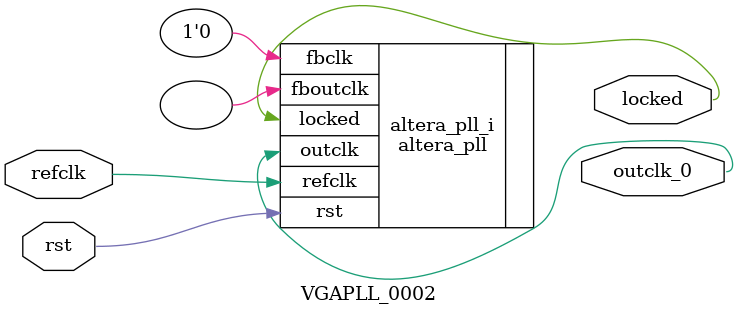
<source format=v>
`timescale 1ns/10ps
module  VGAPLL_0002(

	// interface 'refclk'
	input wire refclk,

	// interface 'reset'
	input wire rst,

	// interface 'outclk0'
	output wire outclk_0,

	// interface 'locked'
	output wire locked
);

	altera_pll #(
		.fractional_vco_multiplier("false"),
		.reference_clock_frequency("50.0 MHz"),
		.operation_mode("direct"),
		.number_of_clocks(1),
		.output_clock_frequency0("33.289473 MHz"),
		.phase_shift0("0 ps"),
		.duty_cycle0(50),
		.output_clock_frequency1("0 MHz"),
		.phase_shift1("0 ps"),
		.duty_cycle1(50),
		.output_clock_frequency2("0 MHz"),
		.phase_shift2("0 ps"),
		.duty_cycle2(50),
		.output_clock_frequency3("0 MHz"),
		.phase_shift3("0 ps"),
		.duty_cycle3(50),
		.output_clock_frequency4("0 MHz"),
		.phase_shift4("0 ps"),
		.duty_cycle4(50),
		.output_clock_frequency5("0 MHz"),
		.phase_shift5("0 ps"),
		.duty_cycle5(50),
		.output_clock_frequency6("0 MHz"),
		.phase_shift6("0 ps"),
		.duty_cycle6(50),
		.output_clock_frequency7("0 MHz"),
		.phase_shift7("0 ps"),
		.duty_cycle7(50),
		.output_clock_frequency8("0 MHz"),
		.phase_shift8("0 ps"),
		.duty_cycle8(50),
		.output_clock_frequency9("0 MHz"),
		.phase_shift9("0 ps"),
		.duty_cycle9(50),
		.output_clock_frequency10("0 MHz"),
		.phase_shift10("0 ps"),
		.duty_cycle10(50),
		.output_clock_frequency11("0 MHz"),
		.phase_shift11("0 ps"),
		.duty_cycle11(50),
		.output_clock_frequency12("0 MHz"),
		.phase_shift12("0 ps"),
		.duty_cycle12(50),
		.output_clock_frequency13("0 MHz"),
		.phase_shift13("0 ps"),
		.duty_cycle13(50),
		.output_clock_frequency14("0 MHz"),
		.phase_shift14("0 ps"),
		.duty_cycle14(50),
		.output_clock_frequency15("0 MHz"),
		.phase_shift15("0 ps"),
		.duty_cycle15(50),
		.output_clock_frequency16("0 MHz"),
		.phase_shift16("0 ps"),
		.duty_cycle16(50),
		.output_clock_frequency17("0 MHz"),
		.phase_shift17("0 ps"),
		.duty_cycle17(50),
		.pll_type("General"),
		.pll_subtype("General")
	) altera_pll_i (
		.rst	(rst),
		.outclk	({outclk_0}),
		.locked	(locked),
		.fboutclk	( ),
		.fbclk	(1'b0),
		.refclk	(refclk)
	);
endmodule


</source>
